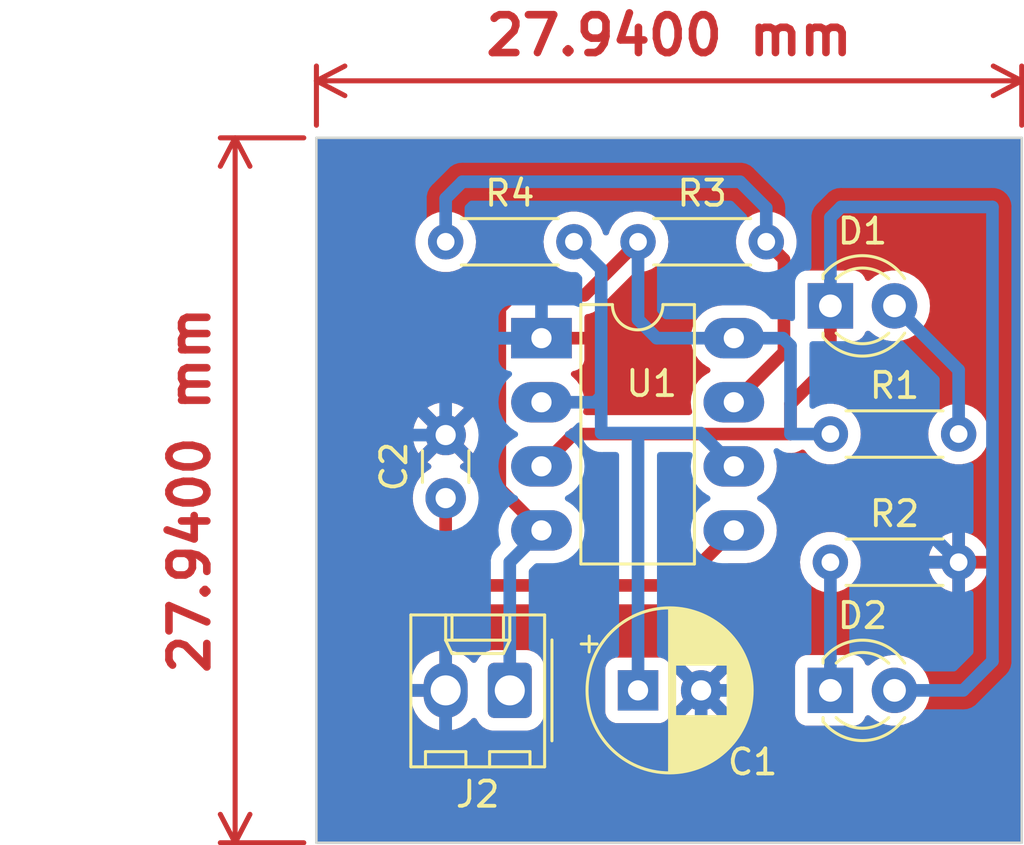
<source format=kicad_pcb>
(kicad_pcb (version 20221018) (generator pcbnew)
  (layers (0 "F.Cu" signal) (31 "B.Cu" signal) (34 "B.Paste" user) (35 "F.Paste" user) (36 "B.SilkS" user "B.Silkscreen") (37 "F.SilkS" user "F.Silkscreen") (38 "B.Mask" user) (39 "F.Mask" user) (44 "Edge.Cuts" user))
  (net 0 "")
  (net 1 "Net-(U1-THR)")
  (net 2 "GND")
  (net 3 "Net-(U1-CV)")
  (net 4 "Net-(D1-K)")
  (net 5 "Net-(D1-A)")
  (net 6 "Net-(D2-K)")
  (net 7 "+5V")
  (net 8 "Net-(U1-DIS)")
  (footprint "LED_THT:LED_D3.0mm" (layer "F.Cu") (at 129.58 54.92)
    (fp_text reference "D1" (at 1.27 -2.96) (layer "F.SilkS"))
    (fp_text value "LED")
    (fp_line (start -0.29 -1.236) (end -0.29 -1.08) (stroke (width 0.12)) (layer "F.SilkS"))
    (fp_line (start -0.29 1.08) (end -0.29 1.236) (stroke (width 0.12)) (layer "F.SilkS"))
    (fp_arc (start -0.29 -1.235516) (mid 1.366487 -1.987659) (end 2.942335 -1.078608) (stroke (width 0.12)) (layer "F.SilkS"))
    (fp_arc (start 0.229039 -1.08) (mid 1.270117 -1.5) (end 2.31113 -1.079837) (stroke (width 0.12)) (layer "F.SilkS"))
    (fp_arc (start 2.31113 1.079837) (mid 1.270117 1.5) (end 0.229039 1.08) (stroke (width 0.12)) (layer "F.SilkS"))
    (fp_arc (start 2.942335 1.078608) (mid 1.366487 1.987659) (end -0.29 1.235516) (stroke (width 0.12)) (layer "F.SilkS"))
    (pad "1" thru_hole rect (at 0 0) (size 1.8 1.8) (drill 0.9) (layers "*.Cu" "*.Mask") (net 4 "Net-(D1-K)"))
    (pad "2" thru_hole circle (at 2.54 0) (size 1.8 1.8) (drill 0.9) (layers "*.Cu" "*.Mask") (net 5 "Net-(D1-A)"))
  )
  (footprint "Resistor_THT:R_Axial_DIN0204_L3.6mm_D1.6mm_P5.08mm_Horizontal" (layer "F.Cu") (at 121.96 52.38)
    (fp_text reference "R3" (at 2.54 -1.92) (layer "F.SilkS"))
    (fp_text value "100k")
    (fp_line (start 0.62 -0.92) (end 4.46 -0.92) (stroke (width 0.12)) (layer "F.SilkS"))
    (fp_line (start 0.62 0.92) (end 4.46 0.92) (stroke (width 0.12)) (layer "F.SilkS"))
    (pad "1" thru_hole circle (at 0 0) (size 1.4 1.4) (drill 0.7) (layers "*.Cu" "*.Mask") (net 7 "+5V"))
    (pad "2" thru_hole oval (at 5.08 0) (size 1.4 1.4) (drill 0.7) (layers "*.Cu" "*.Mask") (net 8 "Net-(U1-DIS)"))
  )
  (footprint "Capacitor_THT:C_Disc_D3.0mm_W1.6mm_P2.50mm" (layer "F.Cu") (at 114.34 62.54 90)
    (fp_text reference "C2" (at 1.25 -2.05 90) (layer "F.SilkS"))
    (fp_text value "0.1uF")
    (fp_line (start 0.621 -0.92) (end 1.879 -0.92) (stroke (width 0.12)) (layer "F.SilkS"))
    (fp_line (start 0.621 0.92) (end 1.879 0.92) (stroke (width 0.12)) (layer "F.SilkS"))
    (pad "1" thru_hole circle (at 0 0 90) (size 1.6 1.6) (drill 0.8) (layers "*.Cu" "*.Mask") (net 3 "Net-(U1-CV)"))
    (pad "2" thru_hole circle (at 2.5 0 90) (size 1.6 1.6) (drill 0.8) (layers "*.Cu" "*.Mask") (net 2 "GND"))
  )
  (footprint "Package_DIP:DIP-8_W7.62mm_LongPads" (layer "F.Cu") (at 118.135 56.2)
    (fp_text reference "U1" (at 4.365 1.8) (layer "F.SilkS"))
    (fp_text value "NE555P")
    (fp_line (start 1.56 -1.33) (end 1.56 8.95) (stroke (width 0.12)) (layer "F.SilkS"))
    (fp_line (start 1.56 8.95) (end 6.06 8.95) (stroke (width 0.12)) (layer "F.SilkS"))
    (fp_line (start 2.81 -1.33) (end 1.56 -1.33) (stroke (width 0.12)) (layer "F.SilkS"))
    (fp_line (start 6.06 -1.33) (end 4.81 -1.33) (stroke (width 0.12)) (layer "F.SilkS"))
    (fp_line (start 6.06 8.95) (end 6.06 -1.33) (stroke (width 0.12)) (layer "F.SilkS"))
    (fp_arc (start 4.81 -1.33) (mid 3.81 -0.33) (end 2.81 -1.33) (stroke (width 0.12)) (layer "F.SilkS"))
    (pad "1" thru_hole rect (at 0 0) (size 2.4 1.6) (drill 0.8) (layers "*.Cu" "*.Mask") (net 2 "GND"))
    (pad "2" thru_hole oval (at 0 2.54) (size 2.4 1.6) (drill 0.8) (layers "*.Cu" "*.Mask") (net 1 "Net-(U1-THR)"))
    (pad "3" thru_hole oval (at 0 5.08) (size 2.4 1.6) (drill 0.8) (layers "*.Cu" "*.Mask") (net 4 "Net-(D1-K)"))
    (pad "4" thru_hole oval (at 0 7.62) (size 2.4 1.6) (drill 0.8) (layers "*.Cu" "*.Mask") (net 7 "+5V"))
    (pad "5" thru_hole oval (at 7.62 7.62) (size 2.4 1.6) (drill 0.8) (layers "*.Cu" "*.Mask") (net 3 "Net-(U1-CV)"))
    (pad "6" thru_hole oval (at 7.62 5.08) (size 2.4 1.6) (drill 0.8) (layers "*.Cu" "*.Mask") (net 1 "Net-(U1-THR)"))
    (pad "7" thru_hole oval (at 7.62 2.54) (size 2.4 1.6) (drill 0.8) (layers "*.Cu" "*.Mask") (net 8 "Net-(U1-DIS)"))
    (pad "8" thru_hole oval (at 7.62 0) (size 2.4 1.6) (drill 0.8) (layers "*.Cu" "*.Mask") (net 7 "+5V"))
  )
  (footprint "Resistor_THT:R_Axial_DIN0204_L3.6mm_D1.6mm_P5.08mm_Horizontal" (layer "F.Cu") (at 129.58 60)
    (fp_text reference "R1" (at 2.54 -1.92) (layer "F.SilkS"))
    (fp_text value "330")
    (fp_line (start 0.62 -0.92) (end 4.46 -0.92) (stroke (width 0.12)) (layer "F.SilkS"))
    (fp_line (start 0.62 0.92) (end 4.46 0.92) (stroke (width 0.12)) (layer "F.SilkS"))
    (pad "1" thru_hole circle (at 0 0) (size 1.4 1.4) (drill 0.7) (layers "*.Cu" "*.Mask") (net 7 "+5V"))
    (pad "2" thru_hole oval (at 5.08 0) (size 1.4 1.4) (drill 0.7) (layers "*.Cu" "*.Mask") (net 5 "Net-(D1-A)"))
  )
  (footprint "Connector_Molex:Molex_KK-254_AE-6410-02A_1x02_P2.54mm_Vertical" (layer "F.Cu") (at 116.88 70.16 180)
    (fp_text reference "J2" (at 1.27 -4.12) (layer "F.SilkS"))
    (fp_text value "PWR")
    (fp_line (start -1.67 -2) (end -1.67 2) (stroke (width 0.12)) (layer "F.SilkS"))
    (fp_line (start -1.38 -3.03) (end -1.38 2.99) (stroke (width 0.12)) (layer "F.SilkS"))
    (fp_line (start -1.38 2.99) (end 3.92 2.99) (stroke (width 0.12)) (layer "F.SilkS"))
    (fp_line (start -0.8 -3.03) (end -0.8 -2.43) (stroke (width 0.12)) (layer "F.SilkS"))
    (fp_line (start -0.8 -2.43) (end 0.8 -2.43) (stroke (width 0.12)) (layer "F.SilkS"))
    (fp_line (start 0 1.99) (end 0.25 1.46) (stroke (width 0.12)) (layer "F.SilkS"))
    (fp_line (start 0 1.99) (end 2.54 1.99) (stroke (width 0.12)) (layer "F.SilkS"))
    (fp_line (start 0 2.99) (end 0 1.99) (stroke (width 0.12)) (layer "F.SilkS"))
    (fp_line (start 0.25 1.46) (end 2.29 1.46) (stroke (width 0.12)) (layer "F.SilkS"))
    (fp_line (start 0.25 2.99) (end 0.25 1.99) (stroke (width 0.12)) (layer "F.SilkS"))
    (fp_line (start 0.8 -2.43) (end 0.8 -3.03) (stroke (width 0.12)) (layer "F.SilkS"))
    (fp_line (start 1.74 -3.03) (end 1.74 -2.43) (stroke (width 0.12)) (layer "F.SilkS"))
    (fp_line (start 1.74 -2.43) (end 3.34 -2.43) (stroke (width 0.12)) (layer "F.SilkS"))
    (fp_line (start 2.29 1.46) (end 2.54 1.99) (stroke (width 0.12)) (layer "F.SilkS"))
    (fp_line (start 2.29 2.99) (end 2.29 1.99) (stroke (width 0.12)) (layer "F.SilkS"))
    (fp_line (start 2.54 1.99) (end 2.54 2.99) (stroke (width 0.12)) (layer "F.SilkS"))
    (fp_line (start 3.34 -2.43) (end 3.34 -3.03) (stroke (width 0.12)) (layer "F.SilkS"))
    (fp_line (start 3.92 -3.03) (end -1.38 -3.03) (stroke (width 0.12)) (layer "F.SilkS"))
    (fp_line (start 3.92 2.99) (end 3.92 -3.03) (stroke (width 0.12)) (layer "F.SilkS"))
    (pad "1" thru_hole roundrect (at 0 0 180) (size 1.74 2.19) (drill 1.19) (layers "*.Cu" "*.Mask") (roundrect_rratio 0.1436781609) (net 7 "+5V"))
    (pad "2" thru_hole oval (at 2.54 0 180) (size 1.74 2.19) (drill 1.19) (layers "*.Cu" "*.Mask") (net 2 "GND"))
  )
  (footprint "Capacitor_THT:CP_Radial_D6.3mm_P2.50mm" (layer "F.Cu") (at 121.96 70.16)
    (fp_text reference "C1" (at 4.54 2.84) (layer "F.SilkS"))
    (fp_text value "10uF")
    (fp_line (start -2.250241 -1.839) (end -1.620241 -1.839) (stroke (width 0.12)) (layer "F.SilkS"))
    (fp_line (start -1.935241 -2.154) (end -1.935241 -1.524) (stroke (width 0.12)) (layer "F.SilkS"))
    (fp_line (start 1.25 -3.23) (end 1.25 3.23) (stroke (width 0.12)) (layer "F.SilkS"))
    (fp_line (start 1.29 -3.23) (end 1.29 3.23) (stroke (width 0.12)) (layer "F.SilkS"))
    (fp_line (start 1.33 -3.23) (end 1.33 3.23) (stroke (width 0.12)) (layer "F.SilkS"))
    (fp_line (start 1.37 -3.228) (end 1.37 3.228) (stroke (width 0.12)) (layer "F.SilkS"))
    (fp_line (start 1.41 -3.227) (end 1.41 3.227) (stroke (width 0.12)) (layer "F.SilkS"))
    (fp_line (start 1.45 -3.224) (end 1.45 3.224) (stroke (width 0.12)) (layer "F.SilkS"))
    (fp_line (start 1.49 -3.222) (end 1.49 -1.04) (stroke (width 0.12)) (layer "F.SilkS"))
    (fp_line (start 1.49 1.04) (end 1.49 3.222) (stroke (width 0.12)) (layer "F.SilkS"))
    (fp_line (start 1.53 -3.218) (end 1.53 -1.04) (stroke (width 0.12)) (layer "F.SilkS"))
    (fp_line (start 1.53 1.04) (end 1.53 3.218) (stroke (width 0.12)) (layer "F.SilkS"))
    (fp_line (start 1.57 -3.215) (end 1.57 -1.04) (stroke (width 0.12)) (layer "F.SilkS"))
    (fp_line (start 1.57 1.04) (end 1.57 3.215) (stroke (width 0.12)) (layer "F.SilkS"))
    (fp_line (start 1.61 -3.211) (end 1.61 -1.04) (stroke (width 0.12)) (layer "F.SilkS"))
    (fp_line (start 1.61 1.04) (end 1.61 3.211) (stroke (width 0.12)) (layer "F.SilkS"))
    (fp_line (start 1.65 -3.206) (end 1.65 -1.04) (stroke (width 0.12)) (layer "F.SilkS"))
    (fp_line (start 1.65 1.04) (end 1.65 3.206) (stroke (width 0.12)) (layer "F.SilkS"))
    (fp_line (start 1.69 -3.201) (end 1.69 -1.04) (stroke (width 0.12)) (layer "F.SilkS"))
    (fp_line (start 1.69 1.04) (end 1.69 3.201) (stroke (width 0.12)) (layer "F.SilkS"))
    (fp_line (start 1.73 -3.195) (end 1.73 -1.04) (stroke (width 0.12)) (layer "F.SilkS"))
    (fp_line (start 1.73 1.04) (end 1.73 3.195) (stroke (width 0.12)) (layer "F.SilkS"))
    (fp_line (start 1.77 -3.189) (end 1.77 -1.04) (stroke (width 0.12)) (layer "F.SilkS"))
    (fp_line (start 1.77 1.04) (end 1.77 3.189) (stroke (width 0.12)) (layer "F.SilkS"))
    (fp_line (start 1.81 -3.182) (end 1.81 -1.04) (stroke (width 0.12)) (layer "F.SilkS"))
    (fp_line (start 1.81 1.04) (end 1.81 3.182) (stroke (width 0.12)) (layer "F.SilkS"))
    (fp_line (start 1.85 -3.175) (end 1.85 -1.04) (stroke (width 0.12)) (layer "F.SilkS"))
    (fp_line (start 1.85 1.04) (end 1.85 3.175) (stroke (width 0.12)) (layer "F.SilkS"))
    (fp_line (start 1.89 -3.167) (end 1.89 -1.04) (stroke (width 0.12)) (layer "F.SilkS"))
    (fp_line (start 1.89 1.04) (end 1.89 3.167) (stroke (width 0.12)) (layer "F.SilkS"))
    (fp_line (start 1.93 -3.159) (end 1.93 -1.04) (stroke (width 0.12)) (layer "F.SilkS"))
    (fp_line (start 1.93 1.04) (end 1.93 3.159) (stroke (width 0.12)) (layer "F.SilkS"))
    (fp_line (start 1.971 -3.15) (end 1.971 -1.04) (stroke (width 0.12)) (layer "F.SilkS"))
    (fp_line (start 1.971 1.04) (end 1.971 3.15) (stroke (width 0.12)) (layer "F.SilkS"))
    (fp_line (start 2.011 -3.141) (end 2.011 -1.04) (stroke (width 0.12)) (layer "F.SilkS"))
    (fp_line (start 2.011 1.04) (end 2.011 3.141) (stroke (width 0.12)) (layer "F.SilkS"))
    (fp_line (start 2.051 -3.131) (end 2.051 -1.04) (stroke (width 0.12)) (layer "F.SilkS"))
    (fp_line (start 2.051 1.04) (end 2.051 3.131) (stroke (width 0.12)) (layer "F.SilkS"))
    (fp_line (start 2.091 -3.121) (end 2.091 -1.04) (stroke (width 0.12)) (layer "F.SilkS"))
    (fp_line (start 2.091 1.04) (end 2.091 3.121) (stroke (width 0.12)) (layer "F.SilkS"))
    (fp_line (start 2.131 -3.11) (end 2.131 -1.04) (stroke (width 0.12)) (layer "F.SilkS"))
    (fp_line (start 2.131 1.04) (end 2.131 3.11) (stroke (width 0.12)) (layer "F.SilkS"))
    (fp_line (start 2.171 -3.098) (end 2.171 -1.04) (stroke (width 0.12)) (layer "F.SilkS"))
    (fp_line (start 2.171 1.04) (end 2.171 3.098) (stroke (width 0.12)) (layer "F.SilkS"))
    (fp_line (start 2.211 -3.086) (end 2.211 -1.04) (stroke (width 0.12)) (layer "F.SilkS"))
    (fp_line (start 2.211 1.04) (end 2.211 3.086) (stroke (width 0.12)) (layer "F.SilkS"))
    (fp_line (start 2.251 -3.074) (end 2.251 -1.04) (stroke (width 0.12)) (layer "F.SilkS"))
    (fp_line (start 2.251 1.04) (end 2.251 3.074) (stroke (width 0.12)) (layer "F.SilkS"))
    (fp_line (start 2.291 -3.061) (end 2.291 -1.04) (stroke (width 0.12)) (layer "F.SilkS"))
    (fp_line (start 2.291 1.04) (end 2.291 3.061) (stroke (width 0.12)) (layer "F.SilkS"))
    (fp_line (start 2.331 -3.047) (end 2.331 -1.04) (stroke (width 0.12)) (layer "F.SilkS"))
    (fp_line (start 2.331 1.04) (end 2.331 3.047) (stroke (width 0.12)) (layer "F.SilkS"))
    (fp_line (start 2.371 -3.033) (end 2.371 -1.04) (stroke (width 0.12)) (layer "F.SilkS"))
    (fp_line (start 2.371 1.04) (end 2.371 3.033) (stroke (width 0.12)) (layer "F.SilkS"))
    (fp_line (start 2.411 -3.018) (end 2.411 -1.04) (stroke (width 0.12)) (layer "F.SilkS"))
    (fp_line (start 2.411 1.04) (end 2.411 3.018) (stroke (width 0.12)) (layer "F.SilkS"))
    (fp_line (start 2.451 -3.002) (end 2.451 -1.04) (stroke (width 0.12)) (layer "F.SilkS"))
    (fp_line (start 2.451 1.04) (end 2.451 3.002) (stroke (width 0.12)) (layer "F.SilkS"))
    (fp_line (start 2.491 -2.986) (end 2.491 -1.04) (stroke (width 0.12)) (layer "F.SilkS"))
    (fp_line (start 2.491 1.04) (end 2.491 2.986) (stroke (width 0.12)) (layer "F.SilkS"))
    (fp_line (start 2.531 -2.97) (end 2.531 -1.04) (stroke (width 0.12)) (layer "F.SilkS"))
    (fp_line (start 2.531 1.04) (end 2.531 2.97) (stroke (width 0.12)) (layer "F.SilkS"))
    (fp_line (start 2.571 -2.952) (end 2.571 -1.04) (stroke (width 0.12)) (layer "F.SilkS"))
    (fp_line (start 2.571 1.04) (end 2.571 2.952) (stroke (width 0.12)) (layer "F.SilkS"))
    (fp_line (start 2.611 -2.934) (end 2.611 -1.04) (stroke (width 0.12)) (layer "F.SilkS"))
    (fp_line (start 2.611 1.04) (end 2.611 2.934) (stroke (width 0.12)) (layer "F.SilkS"))
    (fp_line (start 2.651 -2.916) (end 2.651 -1.04) (stroke (width 0.12)) (layer "F.SilkS"))
    (fp_line (start 2.651 1.04) (end 2.651 2.916) (stroke (width 0.12)) (layer "F.SilkS"))
    (fp_line (start 2.691 -2.896) (end 2.691 -1.04) (stroke (width 0.12)) (layer "F.SilkS"))
    (fp_line (start 2.691 1.04) (end 2.691 2.896) (stroke (width 0.12)) (layer "F.SilkS"))
    (fp_line (start 2.731 -2.876) (end 2.731 -1.04) (stroke (width 0.12)) (layer "F.SilkS"))
    (fp_line (start 2.731 1.04) (end 2.731 2.876) (stroke (width 0.12)) (layer "F.SilkS"))
    (fp_line (start 2.771 -2.856) (end 2.771 -1.04) (stroke (width 0.12)) (layer "F.SilkS"))
    (fp_line (start 2.771 1.04) (end 2.771 2.856) (stroke (width 0.12)) (layer "F.SilkS"))
    (fp_line (start 2.811 -2.834) (end 2.811 -1.04) (stroke (width 0.12)) (layer "F.SilkS"))
    (fp_line (start 2.811 1.04) (end 2.811 2.834) (stroke (width 0.12)) (layer "F.SilkS"))
    (fp_line (start 2.851 -2.812) (end 2.851 -1.04) (stroke (width 0.12)) (layer "F.SilkS"))
    (fp_line (start 2.851 1.04) (end 2.851 2.812) (stroke (width 0.12)) (layer "F.SilkS"))
    (fp_line (start 2.891 -2.79) (end 2.891 -1.04) (stroke (width 0.12)) (layer "F.SilkS"))
    (fp_line (start 2.891 1.04) (end 2.891 2.79) (stroke (width 0.12)) (layer "F.SilkS"))
    (fp_line (start 2.931 -2.766) (end 2.931 -1.04) (stroke (width 0.12)) (layer "F.SilkS"))
    (fp_line (start 2.931 1.04) (end 2.931 2.766) (stroke (width 0.12)) (layer "F.SilkS"))
    (fp_line (start 2.971 -2.742) (end 2.971 -1.04) (stroke (width 0.12)) (layer "F.SilkS"))
    (fp_line (start 2.971 1.04) (end 2.971 2.742) (stroke (width 0.12)) (layer "F.SilkS"))
    (fp_line (start 3.011 -2.716) (end 3.011 -1.04) (stroke (width 0.12)) (layer "F.SilkS"))
    (fp_line (start 3.011 1.04) (end 3.011 2.716) (stroke (width 0.12)) (layer "F.SilkS"))
    (fp_line (start 3.051 -2.69) (end 3.051 -1.04) (stroke (width 0.12)) (layer "F.SilkS"))
    (fp_line (start 3.051 1.04) (end 3.051 2.69) (stroke (width 0.12)) (layer "F.SilkS"))
    (fp_line (start 3.091 -2.664) (end 3.091 -1.04) (stroke (width 0.12)) (layer "F.SilkS"))
    (fp_line (start 3.091 1.04) (end 3.091 2.664) (stroke (width 0.12)) (layer "F.SilkS"))
    (fp_line (start 3.131 -2.636) (end 3.131 -1.04) (stroke (width 0.12)) (layer "F.SilkS"))
    (fp_line (start 3.131 1.04) (end 3.131 2.636) (stroke (width 0.12)) (layer "F.SilkS"))
    (fp_line (start 3.171 -2.607) (end 3.171 -1.04) (stroke (width 0.12)) (layer "F.SilkS"))
    (fp_line (start 3.171 1.04) (end 3.171 2.607) (stroke (width 0.12)) (layer "F.SilkS"))
    (fp_line (start 3.211 -2.578) (end 3.211 -1.04) (stroke (width 0.12)) (layer "F.SilkS"))
    (fp_line (start 3.211 1.04) (end 3.211 2.578) (stroke (width 0.12)) (layer "F.SilkS"))
    (fp_line (start 3.251 -2.548) (end 3.251 -1.04) (stroke (width 0.12)) (layer "F.SilkS"))
    (fp_line (start 3.251 1.04) (end 3.251 2.548) (stroke (width 0.12)) (layer "F.SilkS"))
    (fp_line (start 3.291 -2.516) (end 3.291 -1.04) (stroke (width 0.12)) (layer "F.SilkS"))
    (fp_line (start 3.291 1.04) (end 3.291 2.516) (stroke (width 0.12)) (layer "F.SilkS"))
    (fp_line (start 3.331 -2.484) (end 3.331 -1.04) (stroke (width 0.12)) (layer "F.SilkS"))
    (fp_line (start 3.331 1.04) (end 3.331 2.484) (stroke (width 0.12)) (layer "F.SilkS"))
    (fp_line (start 3.371 -2.45) (end 3.371 -1.04) (stroke (width 0.12)) (layer "F.SilkS"))
    (fp_line (start 3.371 1.04) (end 3.371 2.45) (stroke (width 0.12)) (layer "F.SilkS"))
    (fp_line (start 3.411 -2.416) (end 3.411 -1.04) (stroke (width 0.12)) (layer "F.SilkS"))
    (fp_line (start 3.411 1.04) (end 3.411 2.416) (stroke (width 0.12)) (layer "F.SilkS"))
    (fp_line (start 3.451 -2.38) (end 3.451 -1.04) (stroke (width 0.12)) (layer "F.SilkS"))
    (fp_line (start 3.451 1.04) (end 3.451 2.38) (stroke (width 0.12)) (layer "F.SilkS"))
    (fp_line (start 3.491 -2.343) (end 3.491 -1.04) (stroke (width 0.12)) (layer "F.SilkS"))
    (fp_line (start 3.491 1.04) (end 3.491 2.343) (stroke (width 0.12)) (layer "F.SilkS"))
    (fp_line (start 3.531 -2.305) (end 3.531 -1.04) (stroke (width 0.12)) (layer "F.SilkS"))
    (fp_line (start 3.531 1.04) (end 3.531 2.305) (stroke (width 0.12)) (layer "F.SilkS"))
    (fp_line (start 3.571 -2.265) (end 3.571 2.265) (stroke (width 0.12)) (layer "F.SilkS"))
    (fp_line (start 3.611 -2.224) (end 3.611 2.224) (stroke (width 0.12)) (layer "F.SilkS"))
    (fp_line (start 3.651 -2.182) (end 3.651 2.182) (stroke (width 0.12)) (layer "F.SilkS"))
    (fp_line (start 3.691 -2.137) (end 3.691 2.137) (stroke (width 0.12)) (layer "F.SilkS"))
    (fp_line (start 3.731 -2.092) (end 3.731 2.092) (stroke (width 0.12)) (layer "F.SilkS"))
    (fp_line (start 3.771 -2.044) (end 3.771 2.044) (stroke (width 0.12)) (layer "F.SilkS"))
    (fp_line (start 3.811 -1.995) (end 3.811 1.995) (stroke (width 0.12)) (layer "F.SilkS"))
    (fp_line (start 3.851 -1.944) (end 3.851 1.944) (stroke (width 0.12)) (layer "F.SilkS"))
    (fp_line (start 3.891 -1.89) (end 3.891 1.89) (stroke (width 0.12)) (layer "F.SilkS"))
    (fp_line (start 3.931 -1.834) (end 3.931 1.834) (stroke (width 0.12)) (layer "F.SilkS"))
    (fp_line (start 3.971 -1.776) (end 3.971 1.776) (stroke (width 0.12)) (layer "F.SilkS"))
    (fp_line (start 4.011 -1.714) (end 4.011 1.714) (stroke (width 0.12)) (layer "F.SilkS"))
    (fp_line (start 4.051 -1.65) (end 4.051 1.65) (stroke (width 0.12)) (layer "F.SilkS"))
    (fp_line (start 4.091 -1.581) (end 4.091 1.581) (stroke (width 0.12)) (layer "F.SilkS"))
    (fp_line (start 4.131 -1.509) (end 4.131 1.509) (stroke (width 0.12)) (layer "F.SilkS"))
    (fp_line (start 4.171 -1.432) (end 4.171 1.432) (stroke (width 0.12)) (layer "F.SilkS"))
    (fp_line (start 4.211 -1.35) (end 4.211 1.35) (stroke (width 0.12)) (layer "F.SilkS"))
    (fp_line (start 4.251 -1.262) (end 4.251 1.262) (stroke (width 0.12)) (layer "F.SilkS"))
    (fp_line (start 4.291 -1.165) (end 4.291 1.165) (stroke (width 0.12)) (layer "F.SilkS"))
    (fp_line (start 4.331 -1.059) (end 4.331 1.059) (stroke (width 0.12)) (layer "F.SilkS"))
    (fp_line (start 4.371 -0.94) (end 4.371 0.94) (stroke (width 0.12)) (layer "F.SilkS"))
    (fp_line (start 4.411 -0.802) (end 4.411 0.802) (stroke (width 0.12)) (layer "F.SilkS"))
    (fp_line (start 4.451 -0.633) (end 4.451 0.633) (stroke (width 0.12)) (layer "F.SilkS"))
    (fp_line (start 4.491 -0.402) (end 4.491 0.402) (stroke (width 0.12)) (layer "F.SilkS"))
    (fp_circle (center 1.25 0) (end 4.52 0) (stroke (width 0.12)) (fill none) (layer "F.SilkS"))
    (pad "1" thru_hole rect (at 0 0) (size 1.6 1.6) (drill 0.8) (layers "*.Cu" "*.Mask") (net 1 "Net-(U1-THR)"))
    (pad "2" thru_hole circle (at 2.5 0) (size 1.6 1.6) (drill 0.8) (layers "*.Cu" "*.Mask") (net 2 "GND"))
  )
  (footprint "Resistor_THT:R_Axial_DIN0204_L3.6mm_D1.6mm_P5.08mm_Horizontal" (layer "F.Cu") (at 129.58 65.08)
    (fp_text reference "R2" (at 2.54 -1.92) (layer "F.SilkS"))
    (fp_text value "330")
    (fp_line (start 0.62 -0.92) (end 4.46 -0.92) (stroke (width 0.12)) (layer "F.SilkS"))
    (fp_line (start 0.62 0.92) (end 4.46 0.92) (stroke (width 0.12)) (layer "F.SilkS"))
    (pad "1" thru_hole circle (at 0 0) (size 1.4 1.4) (drill 0.7) (layers "*.Cu" "*.Mask") (net 6 "Net-(D2-K)"))
    (pad "2" thru_hole oval (at 5.08 0) (size 1.4 1.4) (drill 0.7) (layers "*.Cu" "*.Mask") (net 2 "GND"))
  )
  (footprint "LED_THT:LED_D3.0mm" (layer "F.Cu") (at 129.58 70.16)
    (fp_text reference "D2" (at 1.27 -2.96) (layer "F.SilkS"))
    (fp_text value "LED")
    (fp_line (start -0.29 -1.236) (end -0.29 -1.08) (stroke (width 0.12)) (layer "F.SilkS"))
    (fp_line (start -0.29 1.08) (end -0.29 1.236) (stroke (width 0.12)) (layer "F.SilkS"))
    (fp_arc (start -0.29 -1.235516) (mid 1.366487 -1.987659) (end 2.942335 -1.078608) (stroke (width 0.12)) (layer "F.SilkS"))
    (fp_arc (start 0.229039 -1.08) (mid 1.270117 -1.5) (end 2.31113 -1.079837) (stroke (width 0.12)) (layer "F.SilkS"))
    (fp_arc (start 2.31113 1.079837) (mid 1.270117 1.5) (end 0.229039 1.08) (stroke (width 0.12)) (layer "F.SilkS"))
    (fp_arc (start 2.942335 1.078608) (mid 1.366487 1.987659) (end -0.29 1.235516) (stroke (width 0.12)) (layer "F.SilkS"))
    (pad "1" thru_hole rect (at 0 0) (size 1.8 1.8) (drill 0.9) (layers "*.Cu" "*.Mask") (net 6 "Net-(D2-K)"))
    (pad "2" thru_hole circle (at 2.54 0) (size 1.8 1.8) (drill 0.9) (layers "*.Cu" "*.Mask") (net 4 "Net-(D1-K)"))
  )
  (footprint "Resistor_THT:R_Axial_DIN0204_L3.6mm_D1.6mm_P5.08mm_Horizontal" (layer "F.Cu") (at 114.34 52.38)
    (fp_text reference "R4" (at 2.54 -1.92) (layer "F.SilkS"))
    (fp_text value "50k")
    (fp_line (start 0.62 -0.92) (end 4.46 -0.92) (stroke (width 0.12)) (layer "F.SilkS"))
    (fp_line (start 0.62 0.92) (end 4.46 0.92) (stroke (width 0.12)) (layer "F.SilkS"))
    (pad "1" thru_hole circle (at 0 0) (size 1.4 1.4) (drill 0.7) (layers "*.Cu" "*.Mask") (net 8 "Net-(U1-DIS)"))
    (pad "2" thru_hole oval (at 5.08 0) (size 1.4 1.4) (drill 0.7) (layers "*.Cu" "*.Mask") (net 1 "Net-(U1-THR)"))
  )
  (gr_line (start 109.22 48.26) (end 137.16 48.26) (stroke (width 0.1)) (layer "Edge.Cuts"))
  (gr_line (start 109.22 76.2) (end 109.22 48.26) (stroke (width 0.1)) (layer "Edge.Cuts"))
  (gr_line (start 137.16 48.26) (end 137.16 76.2) (stroke (width 0.1)) (layer "Edge.Cuts"))
  (gr_line (start 137.16 76.2) (end 109.22 76.2) (stroke (width 0.1)) (layer "Edge.Cuts"))
  (dimension (type aligned) (layer "F.Cu") (pts (xy 109.22 48.26) (xy 109.22 76.2)) (height 3.22) (gr_text "27,9400 mm" (at 104.2 62.23 90) (layer "F.Cu") (effects (font (size 1.5 1.5) (thickness 0.3)))) (format (prefix "") (suffix "") (units 3) (units_format 1) (precision 4)) (style (thickness 0.2) (arrow_length 1.27) (text_position_mode 0) (extension_height 0.58642) (extension_offset 0.5) keep_text_aligned))
  (dimension (type aligned) (layer "F.Cu") (pts (xy 109.22 48.26) (xy 137.16 48.26)) (height -2.26) (gr_text "27,9400 mm" (at 123.19 44.2) (layer "F.Cu") (effects (font (size 1.5 1.5) (thickness 0.3)))) (format (prefix "") (suffix "") (units 3) (units_format 1) (precision 4)) (style (thickness 0.2) (arrow_length 1.27) (text_position_mode 0) (extension_height 0.58642) (extension_offset 0.5) keep_text_aligned))
  (segment (start 120.5 53.46) (end 120.5 58.5) (width 0.5) (layer "B.Cu") (net 1))
  (segment (start 120.5 59.96) (end 120.5 58.5) (width 0.5) (layer "B.Cu") (net 1))
  (segment (start 121.96 70.16) (end 121.96 59.96) (width 0.5) (layer "B.Cu") (net 1))
  (segment (start 124.435 59.96) (end 121.96 59.96) (width 0.5) (layer "B.Cu") (net 1))
  (segment (start 120.5 58.5) (end 120.26 58.74) (width 0.5) (layer "B.Cu") (net 1))
  (segment (start 121.96 59.96) (end 120.5 59.96) (width 0.5) (layer "B.Cu") (net 1))
  (segment (start 125.755 61.28) (end 124.435 59.96) (width 0.5) (layer "B.Cu") (net 1))
  (segment (start 119.42 52.38) (end 120.5 53.46) (width 0.5) (layer "B.Cu") (net 1))
  (segment (start 120.26 58.74) (end 118.135 58.74) (width 0.5) (layer "B.Cu") (net 1))
  (segment (start 114.34 70.16) (end 112.16 70.16) (width 0.5) (layer "B.Cu") (net 2))
  (segment (start 128 66) (end 127 67) (width 0.5) (layer "B.Cu") (net 2))
  (segment (start 111.5 61) (end 112.46 60.04) (width 0.5) (layer "B.Cu") (net 2))
  (segment (start 132.58 63) (end 128 63) (width 0.5) (layer "B.Cu") (net 2))
  (segment (start 115 75) (end 124 75) (width 0.5) (layer "B.Cu") (net 2))
  (segment (start 114.34 74.34) (end 115 75) (width 0.5) (layer "B.Cu") (net 2))
  (segment (start 127 67) (end 127 70) (width 0.5) (layer "B.Cu") (net 2))
  (segment (start 124 75) (end 124.5 74.5) (width 0.5) (layer "B.Cu") (net 2))
  (segment (start 112.46 60.04) (end 114.34 60.04) (width 0.5) (layer "B.Cu") (net 2))
  (segment (start 124.46 74.46) (end 124.46 70.16) (width 0.5) (layer "B.Cu") (net 2))
  (segment (start 111.5 69.5) (end 111.5 61) (width 0.5) (layer "B.Cu") (net 2))
  (segment (start 134.66 65.08) (end 132.58 63) (width 0.5) (layer "B.Cu") (net 2))
  (segment (start 114.34 56.66) (end 114.8 56.2) (width 0.5) (layer "B.Cu") (net 2))
  (segment (start 127 70) (end 126.84 70.16) (width 0.5) (layer "B.Cu") (net 2))
  (segment (start 112.16 70.16) (end 111.5 69.5) (width 0.5) (layer "B.Cu") (net 2))
  (segment (start 114.8 56.2) (end 118.135 56.2) (width 0.5) (layer "B.Cu") (net 2))
  (segment (start 128 63) (end 128 66) (width 0.5) (layer "B.Cu") (net 2))
  (segment (start 114.34 60.04) (end 114.34 56.66) (width 0.5) (layer "B.Cu") (net 2))
  (segment (start 126.84 70.16) (end 124.46 70.16) (width 0.5) (layer "B.Cu") (net 2))
  (segment (start 114.34 70.16) (end 114.34 74.34) (width 0.5) (layer "B.Cu") (net 2))
  (segment (start 124.5 74.5) (end 124.46 74.46) (width 0.5) (layer "B.Cu") (net 2))
  (segment (start 114.34 62.54) (end 114.34 64.84) (width 0.5) (layer "F.Cu") (net 3))
  (segment (start 123.575 66) (end 125.755 63.82) (width 0.5) (layer "F.Cu") (net 3))
  (segment (start 114.34 64.84) (end 115.5 66) (width 0.5) (layer "F.Cu") (net 3))
  (segment (start 115.5 66) (end 123.575 66) (width 0.5) (layer "F.Cu") (net 3))
  (segment (start 119.415 60) (end 118.135 61.28) (width 0.5) (layer "F.Cu") (net 4))
  (segment (start 129.58 57.22) (end 128 58.8) (width 0.5) (layer "F.Cu") (net 4))
  (segment (start 129.58 54.92) (end 129.58 57.22) (width 0.5) (layer "F.Cu") (net 4))
  (segment (start 128 60) (end 119.415 60) (width 0.5) (layer "F.Cu") (net 4))
  (segment (start 128 58.8) (end 128 60) (width 0.5) (layer "F.Cu") (net 4))
  (segment (start 130 51) (end 129.58 51.42) (width 0.5) (layer "B.Cu") (net 4))
  (segment (start 134.84 70.16) (end 136 69) (width 0.5) (layer "B.Cu") (net 4))
  (segment (start 132.12 70.16) (end 134.84 70.16) (width 0.5) (layer "B.Cu") (net 4))
  (segment (start 136 69) (end 136 51) (width 0.5) (layer "B.Cu") (net 4))
  (segment (start 136 51) (end 130 51) (width 0.5) (layer "B.Cu") (net 4))
  (segment (start 129.58 51.42) (end 129.58 54.92) (width 0.5) (layer "B.Cu") (net 4))
  (segment (start 134.66 57.46) (end 134.66 60) (width 0.5) (layer "B.Cu") (net 5))
  (segment (start 132.12 54.92) (end 134.66 57.46) (width 0.5) (layer "B.Cu") (net 5))
  (segment (start 129.58 65.08) (end 129.58 70.16) (width 0.5) (layer "B.Cu") (net 6))
  (segment (start 116.485 55.015) (end 117 54.5) (width 0.5) (layer "F.Cu") (net 7))
  (segment (start 118.135 63.82) (end 116.485 62.17) (width 0.5) (layer "F.Cu") (net 7))
  (segment (start 119.84 54.5) (end 121.96 52.38) (width 0.5) (layer "F.Cu") (net 7))
  (segment (start 116.485 62.17) (end 116.485 55.015) (width 0.5) (layer "F.Cu") (net 7))
  (segment (start 117 54.5) (end 119.84 54.5) (width 0.5) (layer "F.Cu") (net 7))
  (segment (start 122.7 56.2) (end 125.755 56.2) (width 0.5) (layer "B.Cu") (net 7))
  (segment (start 121.96 52.38) (end 121.96 55.46) (width 0.5) (layer "B.Cu") (net 7))
  (segment (start 128 56.5) (end 128 60) (width 0.5) (layer "B.Cu") (net 7))
  (segment (start 116.88 70.16) (end 116.88 65.075) (width 0.5) (layer "B.Cu") (net 7))
  (segment (start 125.755 56.2) (end 127.7 56.2) (width 0.5) (layer "B.Cu") (net 7))
  (segment (start 116.88 65.075) (end 118.135 63.82) (width 0.5) (layer "B.Cu") (net 7))
  (segment (start 127.7 56.2) (end 128 56.5) (width 0.5) (layer "B.Cu") (net 7))
  (segment (start 128 60) (end 129.58 60) (width 0.5) (layer "B.Cu") (net 7))
  (segment (start 121.96 55.46) (end 122.7 56.2) (width 0.5) (layer "B.Cu") (net 7))
  (segment (start 127.74 56.755) (end 125.755 58.74) (width 0.5) (layer "F.Cu") (net 8))
  (segment (start 127.74 53.08) (end 127.74 56.755) (width 0.5) (layer "F.Cu") (net 8))
  (segment (start 127.04 52.38) (end 127.74 53.08) (width 0.5) (layer "F.Cu") (net 8))
  (segment (start 126 50) (end 127.04 51.04) (width 0.5) (layer "B.Cu") (net 8))
  (segment (start 115 50) (end 126 50) (width 0.5) (layer "B.Cu") (net 8))
  (segment (start 114.34 50.66) (end 115 50) (width 0.5) (layer "B.Cu") (net 8))
  (segment (start 114.34 52.38) (end 114.34 50.66) (width 0.5) (layer "B.Cu") (net 8))
  (segment (start 127.04 51.04) (end 127.04 52.38) (width 0.5) (layer "B.Cu") (net 8))
  (zone (net 2) (net_name "GND") (layer "F.Cu") (connect_pads (clearance 0.5)) (min_thickness 0.25) (fill yes (thermal_gap 0.5) (thermal_bridge_width 0.5))
    (polygon (pts (xy 109.5 48.5) (xy 137.16 48.26) (xy 137.16 76.2) (xy 109.22 76.2)))
  )
  (zone (net 2) (net_name "GND") (layer "B.Cu") (priority 1) (connect_pads (clearance 0.5)) (min_thickness 0.25) (fill yes (thermal_gap 0.5) (thermal_bridge_width 0.5))
    (polygon (pts (xy 109.22 48.26) (xy 137.16 48.26) (xy 137.16 76.2) (xy 109.22 76.2)))
  )
)
</source>
